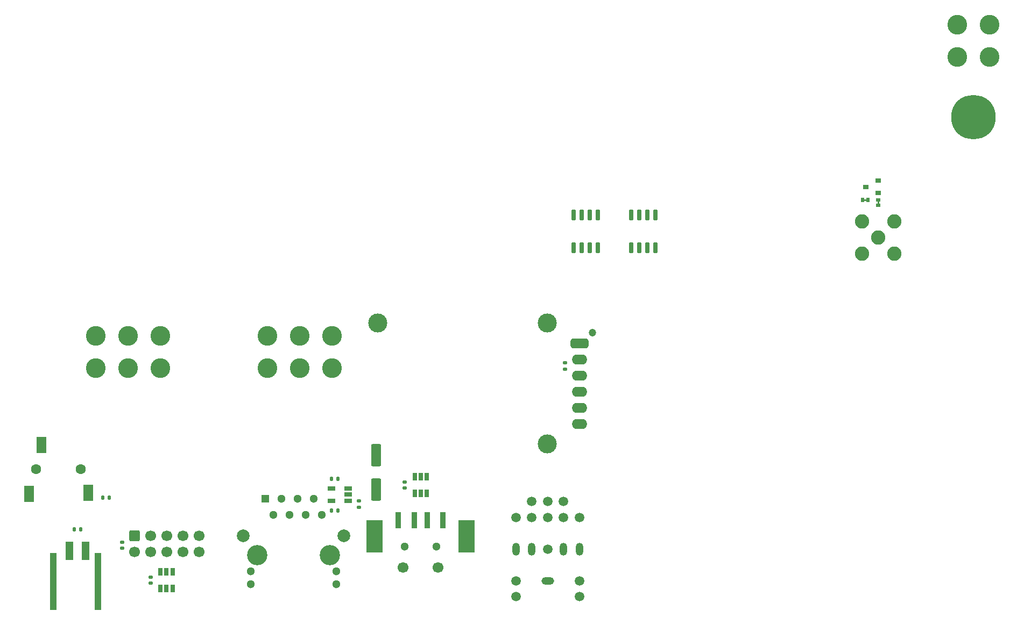
<source format=gbr>
%TF.GenerationSoftware,KiCad,Pcbnew,6.0.1-79c1e3a40b~116~ubuntu18.04.1*%
%TF.CreationDate,2022-01-20T05:24:45+01:00*%
%TF.ProjectId,ss_mb_mockup,73735f6d-625f-46d6-9f63-6b75702e6b69,Rev0.1*%
%TF.SameCoordinates,PX42c1d80PY93d1cc0*%
%TF.FileFunction,Soldermask,Top*%
%TF.FilePolarity,Negative*%
%FSLAX46Y46*%
G04 Gerber Fmt 4.6, Leading zero omitted, Abs format (unit mm)*
G04 Created by KiCad (PCBNEW 6.0.1-79c1e3a40b~116~ubuntu18.04.1) date 2022-01-20 05:24:45*
%MOMM*%
%LPD*%
G01*
G04 APERTURE LIST*
G04 Aperture macros list*
%AMRoundRect*
0 Rectangle with rounded corners*
0 $1 Rounding radius*
0 $2 $3 $4 $5 $6 $7 $8 $9 X,Y pos of 4 corners*
0 Add a 4 corners polygon primitive as box body*
4,1,4,$2,$3,$4,$5,$6,$7,$8,$9,$2,$3,0*
0 Add four circle primitives for the rounded corners*
1,1,$1+$1,$2,$3*
1,1,$1+$1,$4,$5*
1,1,$1+$1,$6,$7*
1,1,$1+$1,$8,$9*
0 Add four rect primitives between the rounded corners*
20,1,$1+$1,$2,$3,$4,$5,0*
20,1,$1+$1,$4,$5,$6,$7,0*
20,1,$1+$1,$6,$7,$8,$9,0*
20,1,$1+$1,$8,$9,$2,$3,0*%
G04 Aperture macros list end*
%ADD10C,0.100000*%
%ADD11RoundRect,0.140000X-0.170000X0.140000X-0.170000X-0.140000X0.170000X-0.140000X0.170000X0.140000X0*%
%ADD12RoundRect,0.250000X0.550000X-1.500000X0.550000X1.500000X-0.550000X1.500000X-0.550000X-1.500000X0*%
%ADD13R,0.650000X1.220000*%
%ADD14RoundRect,0.150000X-0.150000X0.725000X-0.150000X-0.725000X0.150000X-0.725000X0.150000X0.725000X0*%
%ADD15C,1.300000*%
%ADD16R,0.900000X2.500000*%
%ADD17R,2.500000X5.150000*%
%ADD18RoundRect,0.140000X-0.140000X-0.170000X0.140000X-0.170000X0.140000X0.170000X-0.140000X0.170000X0*%
%ADD19R,1.250000X2.900000*%
%ADD20R,1.100000X9.000000*%
%ADD21C,0.800000*%
%ADD22C,7.000000*%
%ADD23R,0.900000X0.800000*%
%ADD24RoundRect,0.050000X0.200000X0.300000X-0.200000X0.300000X-0.200000X-0.300000X0.200000X-0.300000X0*%
%ADD25RoundRect,0.050000X-0.300000X0.200000X-0.300000X-0.200000X0.300000X-0.200000X0.300000X0.200000X0*%
%ADD26C,1.200000*%
%ADD27RoundRect,0.140000X0.170000X-0.140000X0.170000X0.140000X-0.170000X0.140000X-0.170000X-0.140000X0*%
%ADD28RoundRect,0.135000X-0.135000X-0.185000X0.135000X-0.185000X0.135000X0.185000X-0.135000X0.185000X0*%
%ADD29R,1.220000X0.650000*%
%ADD30RoundRect,0.135000X0.185000X-0.135000X0.185000X0.135000X-0.185000X0.135000X-0.185000X-0.135000X0*%
%ADD31C,1.600000*%
%ADD32R,1.500000X2.600000*%
%ADD33RoundRect,0.135000X0.135000X0.185000X-0.135000X0.185000X-0.135000X-0.185000X0.135000X-0.185000X0*%
%ADD34C,3.200000*%
%ADD35R,1.300000X1.300000*%
%ADD36C,2.000000*%
%ADD37C,1.700000*%
%ADD38RoundRect,0.250000X-0.600000X0.600000X-0.600000X-0.600000X0.600000X-0.600000X0.600000X0.600000X0*%
%ADD39C,3.100000*%
%ADD40C,1.500000*%
%ADD41RoundRect,0.600000X-0.400000X0.000000X0.400000X0.000000X0.400000X0.000000X-0.400000X0.000000X0*%
%ADD42RoundRect,0.600000X0.000000X-0.400000X0.000000X0.400000X0.000000X0.400000X0.000000X-0.400000X0*%
%ADD43C,2.250000*%
%ADD44C,3.000000*%
%ADD45RoundRect,0.400000X1.000000X0.400000X-1.000000X0.400000X-1.000000X-0.400000X1.000000X-0.400000X0*%
%ADD46O,2.400000X1.600000*%
G04 APERTURE END LIST*
D10*
%TO.C,JP2203*%
X133750000Y-31950000D02*
X134150000Y-31950000D01*
X134150000Y-31950000D02*
X134150000Y-32150000D01*
X134150000Y-32150000D02*
X133750000Y-32150000D01*
X133750000Y-32150000D02*
X133750000Y-31950000D01*
G36*
X134150000Y-32150000D02*
G01*
X133750000Y-32150000D01*
X133750000Y-31950000D01*
X134150000Y-31950000D01*
X134150000Y-32150000D01*
G37*
X134150000Y-32150000D02*
X133750000Y-32150000D01*
X133750000Y-31950000D01*
X134150000Y-31950000D01*
X134150000Y-32150000D01*
%TO.C,JP2204*%
X135900000Y-32700000D02*
X135900000Y-32300000D01*
X135900000Y-32300000D02*
X136100000Y-32300000D01*
X136100000Y-32300000D02*
X136100000Y-32700000D01*
X136100000Y-32700000D02*
X135900000Y-32700000D01*
G36*
X136100000Y-32700000D02*
G01*
X135900000Y-32700000D01*
X135900000Y-32300000D01*
X136100000Y-32300000D01*
X136100000Y-32700000D01*
G37*
X136100000Y-32700000D02*
X135900000Y-32700000D01*
X135900000Y-32300000D01*
X136100000Y-32300000D01*
X136100000Y-32700000D01*
%TD*%
D11*
%TO.C,C322*%
X54250000Y-79520000D03*
X54250000Y-80480000D03*
%TD*%
D12*
%TO.C,C323*%
X57000000Y-77700000D03*
X57000000Y-72300000D03*
%TD*%
D13*
%TO.C,D1005*%
X23050000Y-93310000D03*
X24000000Y-93310000D03*
X24950000Y-93310000D03*
X24950000Y-90690000D03*
X24000000Y-90690000D03*
X23050000Y-90690000D03*
%TD*%
%TO.C,U1003*%
X64950000Y-75690000D03*
X64000000Y-75690000D03*
X63050000Y-75690000D03*
X63050000Y-78310000D03*
X64000000Y-78310000D03*
X64950000Y-78310000D03*
%TD*%
D14*
%TO.C,U1801*%
X91905000Y-34425000D03*
X90635000Y-34425000D03*
X89365000Y-34425000D03*
X88095000Y-34425000D03*
X88095000Y-39575000D03*
X89365000Y-39575000D03*
X90635000Y-39575000D03*
X91905000Y-39575000D03*
%TD*%
%TO.C,U1802*%
X100905000Y-34425000D03*
X99635000Y-34425000D03*
X98365000Y-34425000D03*
X97095000Y-34425000D03*
X97095000Y-39575000D03*
X98365000Y-39575000D03*
X99635000Y-39575000D03*
X100905000Y-39575000D03*
%TD*%
D15*
%TO.C,J1008*%
X66500000Y-86650000D03*
X61500000Y-86650000D03*
D16*
X60500000Y-82570000D03*
X63000000Y-82570000D03*
X65000000Y-82570000D03*
X67500000Y-82570000D03*
D17*
X56750000Y-85050000D03*
X71250000Y-85050000D03*
%TD*%
D18*
%TO.C,C1012*%
X9520000Y-84000000D03*
X10480000Y-84000000D03*
%TD*%
D19*
%TO.C,J1009*%
X11250000Y-87370000D03*
X8750000Y-87370000D03*
D20*
X13220000Y-92200000D03*
X6180000Y-92200000D03*
%TD*%
D21*
%TO.C,H301*%
X152856155Y-20856155D03*
X151000000Y-21625000D03*
X152856155Y-17143845D03*
D22*
X151000000Y-19000000D03*
D21*
X149143845Y-17143845D03*
X151000000Y-16375000D03*
X148375000Y-19000000D03*
X153625000Y-19000000D03*
X149143845Y-20856155D03*
%TD*%
D23*
%TO.C,D2202*%
X136000000Y-30950000D03*
X136000000Y-29050000D03*
X134000000Y-30000000D03*
%TD*%
D24*
%TO.C,JP2203*%
X134400000Y-32050000D03*
X133500000Y-32050000D03*
%TD*%
D25*
%TO.C,JP2204*%
X136000000Y-32050000D03*
X136000000Y-32950000D03*
%TD*%
D26*
%TO.C,TP2001*%
X91000000Y-53000000D03*
%TD*%
D27*
%TO.C,C1007*%
X17000000Y-86980000D03*
X17000000Y-86020000D03*
%TD*%
%TO.C,C1011*%
X21500000Y-92480000D03*
X21500000Y-91520000D03*
%TD*%
D11*
%TO.C,C1009*%
X61500000Y-76520000D03*
X61500000Y-77480000D03*
%TD*%
D28*
%TO.C,R309*%
X49990000Y-76000000D03*
X51010000Y-76000000D03*
%TD*%
D18*
%TO.C,C321*%
X50000000Y-81000000D03*
X50960000Y-81000000D03*
%TD*%
D29*
%TO.C,U305*%
X52560000Y-79450000D03*
X52560000Y-78500000D03*
X52560000Y-77550000D03*
X49940000Y-77550000D03*
X49940000Y-79450000D03*
%TD*%
D30*
%TO.C,R2102*%
X86750000Y-58760000D03*
X86750000Y-57740000D03*
%TD*%
D31*
%TO.C,J1011*%
X3500000Y-74500000D03*
X10500000Y-74500000D03*
D32*
X2400000Y-78350000D03*
X11700000Y-78250000D03*
X4300000Y-70650000D03*
%TD*%
D33*
%TO.C,R1010*%
X15010000Y-79000000D03*
X13990000Y-79000000D03*
%TD*%
D34*
%TO.C,J201*%
X49715000Y-88000000D03*
X38285000Y-88000000D03*
D35*
X39560000Y-79110000D03*
D15*
X40830000Y-81650000D03*
X42100000Y-79110000D03*
X43370000Y-81650000D03*
X44640000Y-79110000D03*
X45910000Y-81650000D03*
X47180000Y-79110000D03*
X48450000Y-81650000D03*
X37275000Y-90540000D03*
X37275000Y-92570000D03*
X50725000Y-90540000D03*
X50725000Y-92570000D03*
D36*
X36125000Y-84950000D03*
X51875000Y-84950000D03*
%TD*%
D37*
%TO.C,J1006*%
X66750000Y-90000000D03*
X61250000Y-90000000D03*
%TD*%
D38*
%TO.C,J1007*%
X19000000Y-85000000D03*
D37*
X19000000Y-87540000D03*
X21540000Y-85000000D03*
X21540000Y-87540000D03*
X24080000Y-85000000D03*
X24080000Y-87540000D03*
X26620000Y-85000000D03*
X26620000Y-87540000D03*
X29160000Y-85000000D03*
X29160000Y-87540000D03*
%TD*%
D39*
%TO.C,J303*%
X148460000Y-9540000D03*
X153540000Y-9540000D03*
X153540000Y-4460000D03*
X148460000Y-4460000D03*
%TD*%
D40*
%TO.C,J1001*%
X84000000Y-87100000D03*
X79000000Y-82100000D03*
X89000000Y-94600000D03*
X79000000Y-92100000D03*
X89000000Y-82100000D03*
X79000000Y-94600000D03*
X89000000Y-92100000D03*
D41*
X84000000Y-92100000D03*
D42*
X79000000Y-87100000D03*
X89000000Y-87100000D03*
D40*
X86500000Y-82100000D03*
X84000000Y-82100000D03*
X81500000Y-82100000D03*
X86500000Y-79600000D03*
X84000000Y-79600000D03*
X81500000Y-79600000D03*
D42*
X81500000Y-87100000D03*
X86500000Y-87100000D03*
%TD*%
D39*
%TO.C,J1002*%
X12920000Y-58540000D03*
X12920000Y-53460000D03*
X18000000Y-58540000D03*
X18000000Y-53460000D03*
X23080000Y-58540000D03*
X23080000Y-53460000D03*
%TD*%
%TO.C,J1003*%
X39920000Y-58540000D03*
X39920000Y-53460000D03*
X45000000Y-58540000D03*
X45000000Y-53460000D03*
X50080000Y-53460000D03*
X50080000Y-58540000D03*
%TD*%
D43*
%TO.C,J2203*%
X136000000Y-38000000D03*
X138540000Y-40540000D03*
X133460000Y-35460000D03*
X138540000Y-35460000D03*
X133460000Y-40540000D03*
%TD*%
D44*
%TO.C,RTC2101*%
X57250000Y-51475000D03*
X83920000Y-51475000D03*
X83920000Y-70525000D03*
D45*
X89000000Y-54650000D03*
D46*
X89000000Y-57190000D03*
X89000000Y-59730000D03*
X89000000Y-62270000D03*
X89000000Y-64810000D03*
X89000000Y-67350000D03*
%TD*%
M02*

</source>
